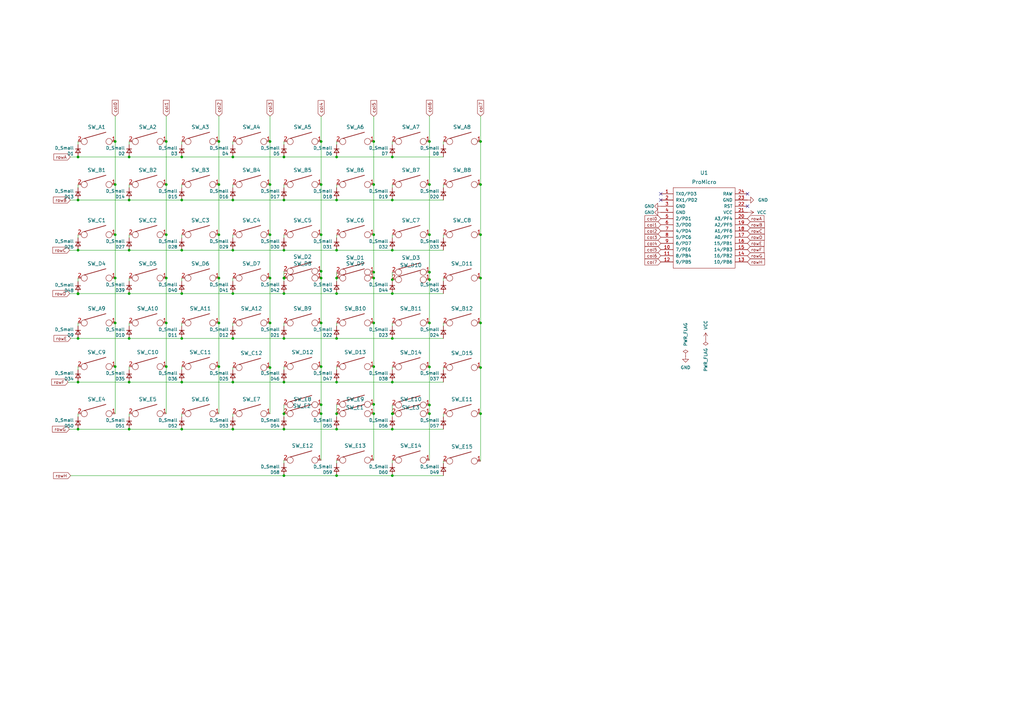
<source format=kicad_sch>
(kicad_sch (version 20211123) (generator eeschema)
  (paper "A3")
  (junction (at 138.049 138.811))
  (junction (at 138.049 195.072))
  (junction (at 138.049 156.718))
  (junction (at 131.699 169.672))
  (junction (at 131.699 58.039))
  (junction (at 52.959 156.718))
  (junction (at 110.744 114.046))
  (junction (at 138.049 64.389))
  (junction (at 68.199 58.039))
  (junction (at 176.149 169.672))
  (junction (at 32.004 156.718))
  (junction (at 153.289 58.039))
  (junction (at 68.199 132.461))
  (junction (at 32.004 82.042))
  (junction (at 68.199 150.368))
  (junction (at 68.199 75.692))
  (junction (at 95.504 156.718))
  (junction (at 176.149 96.266))
  (junction (at 176.149 132.461))
  (junction (at 116.459 114.046))
  (junction (at 160.909 176.022))
  (junction (at 47.244 132.461))
  (junction (at 95.504 64.389))
  (junction (at 116.459 120.396))
  (junction (at 197.104 75.692))
  (junction (at 116.459 102.616))
  (junction (at 47.244 114.046))
  (junction (at 74.549 64.389))
  (junction (at 89.789 132.461))
  (junction (at 52.959 102.616))
  (junction (at 32.004 176.022))
  (junction (at 32.004 102.616))
  (junction (at 32.004 138.811))
  (junction (at 74.549 102.616))
  (junction (at 89.789 96.266))
  (junction (at 138.049 169.672))
  (junction (at 89.789 150.368))
  (junction (at 131.699 165.989))
  (junction (at 89.789 58.039))
  (junction (at 138.049 114.046))
  (junction (at 153.289 111.633))
  (junction (at 160.909 195.072))
  (junction (at 116.459 195.072))
  (junction (at 176.149 75.692))
  (junction (at 176.149 114.681))
  (junction (at 32.004 120.523))
  (junction (at 197.104 114.046))
  (junction (at 197.104 132.461))
  (junction (at 32.004 64.389))
  (junction (at 116.459 156.718))
  (junction (at 116.459 64.389))
  (junction (at 176.149 58.039))
  (junction (at 95.504 102.616))
  (junction (at 138.049 82.042))
  (junction (at 116.459 138.811))
  (junction (at 197.104 169.672))
  (junction (at 160.909 156.718))
  (junction (at 68.199 114.046))
  (junction (at 131.699 132.461))
  (junction (at 161.036 169.672))
  (junction (at 138.049 120.396))
  (junction (at 131.699 114.046))
  (junction (at 153.289 96.266))
  (junction (at 95.504 176.022))
  (junction (at 153.289 114.046))
  (junction (at 74.549 120.396))
  (junction (at 110.744 132.461))
  (junction (at 52.959 82.042))
  (junction (at 74.549 82.042))
  (junction (at 138.049 102.616))
  (junction (at 110.744 75.692))
  (junction (at 131.699 75.692))
  (junction (at 110.744 58.039))
  (junction (at 153.289 165.862))
  (junction (at 176.149 111.633))
  (junction (at 116.586 114.046))
  (junction (at 197.104 150.749))
  (junction (at 160.909 64.389))
  (junction (at 153.289 132.461))
  (junction (at 160.909 169.672))
  (junction (at 131.699 111.252))
  (junction (at 47.244 58.039))
  (junction (at 116.459 82.042))
  (junction (at 131.699 96.266))
  (junction (at 176.149 150.495))
  (junction (at 153.289 75.692))
  (junction (at 74.549 176.022))
  (junction (at 116.459 169.672))
  (junction (at 160.909 120.396))
  (junction (at 47.244 75.692))
  (junction (at 160.909 138.811))
  (junction (at 68.199 96.266))
  (junction (at 74.549 138.811))
  (junction (at 52.959 120.396))
  (junction (at 95.504 82.042))
  (junction (at 153.289 169.672))
  (junction (at 95.504 138.811))
  (junction (at 197.104 96.266))
  (junction (at 110.744 96.266))
  (junction (at 116.459 176.022))
  (junction (at 95.504 120.396))
  (junction (at 153.289 150.368))
  (junction (at 89.789 114.046))
  (junction (at 89.789 75.692))
  (junction (at 32.004 120.396))
  (junction (at 52.959 176.022))
  (junction (at 197.104 58.039))
  (junction (at 47.244 150.368))
  (junction (at 131.699 150.368))
  (junction (at 176.149 166.116))
  (junction (at 160.909 102.616))
  (junction (at 110.744 150.749))
  (junction (at 74.549 156.718))
  (junction (at 138.049 176.022))
  (junction (at 47.244 96.266))
  (junction (at 52.959 64.389))
  (junction (at 160.909 114.681))
  (junction (at 52.959 138.811))
  (junction (at 160.909 82.042))
  (no_connect (at 306.578 79.502))
  (no_connect (at 306.578 84.582))
  (no_connect (at 271.018 79.502))
  (no_connect (at 271.018 82.042))
  (wire (pts (xy 138.049 188.722) (xy 138.049 189.992)))
  (wire (pts (xy 160.909 132.461) (xy 160.909 133.731)))
  (wire (pts (xy 116.459 150.368) (xy 116.459 151.638)))
  (wire (pts (xy 110.744 96.266) (xy 110.744 114.046)))
  (wire (pts (xy 176.149 58.039) (xy 176.149 47.625)))
  (wire (pts (xy 116.459 114.046) (xy 116.586 114.046)))
  (wire (pts (xy 131.699 75.692) (xy 131.699 96.266)))
  (wire (pts (xy 176.149 114.681) (xy 176.149 132.461)))
  (wire (pts (xy 116.459 169.672) (xy 116.459 170.942)))
  (wire (pts (xy 160.909 169.672) (xy 160.909 170.942)))
  (wire (pts (xy 27.94 156.718) (xy 32.004 156.718)))
  (wire (pts (xy 197.104 150.749) (xy 197.104 169.672)))
  (wire (pts (xy 181.864 150.749) (xy 181.864 151.638)))
  (wire (pts (xy 32.004 102.616) (xy 52.959 102.616)))
  (wire (pts (xy 95.504 176.022) (xy 116.459 176.022)))
  (wire (pts (xy 110.744 75.692) (xy 110.744 96.266)))
  (wire (pts (xy 28.575 102.616) (xy 32.004 102.616)))
  (wire (pts (xy 32.004 132.461) (xy 32.004 133.731)))
  (wire (pts (xy 160.909 82.042) (xy 181.864 82.042)))
  (wire (pts (xy 160.909 75.692) (xy 160.909 76.962)))
  (wire (pts (xy 116.459 75.692) (xy 116.459 76.962)))
  (wire (pts (xy 32.004 169.672) (xy 32.004 170.942)))
  (wire (pts (xy 138.049 165.862) (xy 138.049 169.672)))
  (wire (pts (xy 138.049 132.461) (xy 138.049 133.731)))
  (wire (pts (xy 116.459 96.266) (xy 116.459 97.536)))
  (wire (pts (xy 89.789 150.368) (xy 89.789 169.672)))
  (wire (pts (xy 89.789 96.266) (xy 89.789 114.046)))
  (wire (pts (xy 160.909 96.266) (xy 160.909 97.536)))
  (wire (pts (xy 32.004 176.022) (xy 52.959 176.022)))
  (wire (pts (xy 181.864 132.461) (xy 181.864 133.731)))
  (wire (pts (xy 32.004 96.266) (xy 32.004 97.536)))
  (wire (pts (xy 160.909 64.389) (xy 181.864 64.389)))
  (wire (pts (xy 52.959 169.672) (xy 52.959 170.942)))
  (wire (pts (xy 176.149 58.039) (xy 176.149 75.692)))
  (wire (pts (xy 89.789 132.461) (xy 89.789 150.368)))
  (wire (pts (xy 160.909 169.672) (xy 161.036 169.672)))
  (wire (pts (xy 32.004 75.692) (xy 32.004 76.962)))
  (wire (pts (xy 110.744 150.749) (xy 110.744 169.672)))
  (wire (pts (xy 28.829 82.042) (xy 32.004 82.042)))
  (wire (pts (xy 32.004 138.811) (xy 52.959 138.811)))
  (wire (pts (xy 197.104 58.039) (xy 197.104 75.692)))
  (wire (pts (xy 131.699 58.039) (xy 131.699 75.692)))
  (wire (pts (xy 153.289 111.633) (xy 153.289 114.046)))
  (wire (pts (xy 47.244 47.625) (xy 47.244 58.039)))
  (wire (pts (xy 28.575 120.396) (xy 32.004 120.396)))
  (wire (pts (xy 32.004 156.718) (xy 52.959 156.718)))
  (wire (pts (xy 95.504 114.046) (xy 95.504 115.316)))
  (wire (pts (xy 28.956 138.811) (xy 32.004 138.811)))
  (wire (pts (xy 32.004 120.396) (xy 32.004 120.523)))
  (wire (pts (xy 95.504 150.749) (xy 95.504 151.638)))
  (wire (pts (xy 160.909 138.811) (xy 181.864 138.811)))
  (wire (pts (xy 138.049 64.389) (xy 160.909 64.389)))
  (wire (pts (xy 95.504 75.692) (xy 95.504 76.962)))
  (wire (pts (xy 153.289 75.692) (xy 153.289 96.266)))
  (wire (pts (xy 160.909 102.616) (xy 181.864 102.616)))
  (wire (pts (xy 160.909 58.039) (xy 160.909 59.309)))
  (wire (pts (xy 68.199 58.039) (xy 68.199 47.625)))
  (wire (pts (xy 138.049 120.396) (xy 160.909 120.396)))
  (wire (pts (xy 74.549 96.266) (xy 74.549 97.536)))
  (wire (pts (xy 52.959 64.389) (xy 74.549 64.389)))
  (wire (pts (xy 52.959 156.718) (xy 74.549 156.718)))
  (wire (pts (xy 74.549 82.042) (xy 95.504 82.042)))
  (wire (pts (xy 116.459 120.396) (xy 138.049 120.396)))
  (wire (pts (xy 197.104 75.692) (xy 197.104 96.266)))
  (wire (pts (xy 89.789 75.692) (xy 89.789 96.266)))
  (wire (pts (xy 138.049 58.039) (xy 138.049 59.309)))
  (wire (pts (xy 116.459 165.989) (xy 116.459 169.672)))
  (wire (pts (xy 52.959 176.022) (xy 74.549 176.022)))
  (wire (pts (xy 131.699 132.461) (xy 131.699 150.368)))
  (wire (pts (xy 95.504 138.811) (xy 116.459 138.811)))
  (wire (pts (xy 52.959 114.046) (xy 52.959 115.316)))
  (wire (pts (xy 74.549 150.368) (xy 74.549 151.638)))
  (wire (pts (xy 74.549 132.461) (xy 74.549 133.731)))
  (wire (pts (xy 131.699 150.368) (xy 131.699 165.989)))
  (wire (pts (xy 95.504 82.042) (xy 116.459 82.042)))
  (wire (pts (xy 68.199 75.692) (xy 68.199 96.266)))
  (wire (pts (xy 131.699 111.252) (xy 131.699 114.046)))
  (wire (pts (xy 74.549 58.039) (xy 74.549 59.309)))
  (wire (pts (xy 68.199 132.461) (xy 68.199 150.368)))
  (wire (pts (xy 160.909 111.633) (xy 160.909 114.681)))
  (wire (pts (xy 116.459 195.072) (xy 138.049 195.072)))
  (wire (pts (xy 68.199 96.266) (xy 68.199 114.046)))
  (wire (pts (xy 32.004 114.046) (xy 32.004 115.443)))
  (wire (pts (xy 32.004 64.389) (xy 52.959 64.389)))
  (wire (pts (xy 131.699 165.989) (xy 131.699 169.672)))
  (wire (pts (xy 116.459 156.718) (xy 138.049 156.718)))
  (wire (pts (xy 153.289 165.862) (xy 153.289 169.672)))
  (wire (pts (xy 74.549 156.718) (xy 95.504 156.718)))
  (wire (pts (xy 138.049 75.692) (xy 138.049 76.962)))
  (wire (pts (xy 89.789 58.039) (xy 89.789 75.692)))
  (wire (pts (xy 110.744 114.046) (xy 110.744 132.461)))
  (wire (pts (xy 153.289 47.752) (xy 153.289 58.039)))
  (wire (pts (xy 89.789 114.046) (xy 89.789 132.461)))
  (wire (pts (xy 176.149 169.672) (xy 176.149 188.722)))
  (wire (pts (xy 153.289 150.368) (xy 153.289 165.862)))
  (wire (pts (xy 138.049 138.811) (xy 160.909 138.811)))
  (wire (pts (xy 74.549 169.672) (xy 74.549 170.942)))
  (wire (pts (xy 28.956 195.072) (xy 116.459 195.072)))
  (wire (pts (xy 95.504 132.461) (xy 95.504 133.731)))
  (wire (pts (xy 153.289 132.461) (xy 153.289 150.368)))
  (wire (pts (xy 74.549 64.389) (xy 95.504 64.389)))
  (wire (pts (xy 95.504 156.718) (xy 116.459 156.718)))
  (wire (pts (xy 181.864 96.266) (xy 181.864 97.536)))
  (wire (pts (xy 89.789 58.039) (xy 89.789 47.625)))
  (wire (pts (xy 138.049 176.022) (xy 160.909 176.022)))
  (wire (pts (xy 181.864 58.039) (xy 181.864 59.309)))
  (wire (pts (xy 153.289 96.266) (xy 153.289 111.633)))
  (wire (pts (xy 131.699 169.672) (xy 131.699 188.722)))
  (wire (pts (xy 95.504 169.672) (xy 95.504 170.942)))
  (wire (pts (xy 116.459 102.616) (xy 138.049 102.616)))
  (wire (pts (xy 116.459 111.252) (xy 116.459 114.046)))
  (wire (pts (xy 47.244 150.368) (xy 47.244 169.672)))
  (wire (pts (xy 52.959 82.042) (xy 74.549 82.042)))
  (wire (pts (xy 116.459 58.039) (xy 116.459 59.309)))
  (wire (pts (xy 181.864 169.672) (xy 181.864 170.942)))
  (wire (pts (xy 160.909 120.396) (xy 181.864 120.396)))
  (wire (pts (xy 32.004 82.042) (xy 52.959 82.042)))
  (wire (pts (xy 138.049 102.616) (xy 160.909 102.616)))
  (wire (pts (xy 47.244 132.461) (xy 47.244 150.368)))
  (wire (pts (xy 116.459 138.811) (xy 138.049 138.811)))
  (wire (pts (xy 47.244 96.266) (xy 47.244 114.046)))
  (wire (pts (xy 160.909 195.072) (xy 181.864 195.072)))
  (wire (pts (xy 68.199 150.368) (xy 68.199 169.672)))
  (wire (pts (xy 138.049 150.368) (xy 138.049 151.638)))
  (wire (pts (xy 131.699 114.046) (xy 131.699 132.461)))
  (wire (pts (xy 197.104 96.266) (xy 197.104 114.046)))
  (wire (pts (xy 176.149 150.495) (xy 176.149 166.116)))
  (wire (pts (xy 116.459 132.461) (xy 116.459 133.731)))
  (wire (pts (xy 176.149 75.692) (xy 176.149 96.266)))
  (wire (pts (xy 32.004 150.368) (xy 32.004 151.638)))
  (wire (pts (xy 197.104 132.461) (xy 197.104 150.749)))
  (wire (pts (xy 131.699 58.039) (xy 131.699 47.752)))
  (wire (pts (xy 181.864 114.046) (xy 181.864 115.316)))
  (wire (pts (xy 138.049 96.266) (xy 138.049 97.536)))
  (wire (pts (xy 74.549 75.692) (xy 74.549 76.962)))
  (wire (pts (xy 116.459 64.389) (xy 138.049 64.389)))
  (wire (pts (xy 52.959 132.461) (xy 52.959 133.731)))
  (wire (pts (xy 74.549 120.396) (xy 95.504 120.396)))
  (wire (pts (xy 176.149 166.116) (xy 176.149 169.672)))
  (wire (pts (xy 176.149 111.633) (xy 176.149 114.681)))
  (wire (pts (xy 95.504 102.616) (xy 116.459 102.616)))
  (wire (pts (xy 68.199 114.046) (xy 68.199 132.461)))
  (wire (pts (xy 116.459 114.046) (xy 116.459 115.316)))
  (wire (pts (xy 153.289 169.672) (xy 153.289 188.722)))
  (wire (pts (xy 74.549 138.811) (xy 95.504 138.811)))
  (wire (pts (xy 153.289 58.039) (xy 153.289 75.692)))
  (wire (pts (xy 52.959 58.039) (xy 52.959 59.309)))
  (wire (pts (xy 52.959 120.396) (xy 74.549 120.396)))
  (wire (pts (xy 95.504 58.039) (xy 95.504 59.309)))
  (wire (pts (xy 95.504 64.389) (xy 116.459 64.389)))
  (wire (pts (xy 197.104 114.046) (xy 197.104 132.461)))
  (wire (pts (xy 68.199 58.039) (xy 68.199 75.692)))
  (wire (pts (xy 52.959 102.616) (xy 74.549 102.616)))
  (wire (pts (xy 160.909 150.495) (xy 160.909 151.638)))
  (wire (pts (xy 138.049 195.072) (xy 160.909 195.072)))
  (wire (pts (xy 138.049 156.718) (xy 160.909 156.718)))
  (wire (pts (xy 110.744 132.461) (xy 110.744 150.749)))
  (wire (pts (xy 110.744 58.039) (xy 110.744 75.692)))
  (wire (pts (xy 138.049 82.042) (xy 160.909 82.042)))
  (wire (pts (xy 95.504 96.266) (xy 95.504 97.536)))
  (wire (pts (xy 110.744 47.625) (xy 110.744 58.039)))
  (wire (pts (xy 160.909 114.681) (xy 160.909 115.316)))
  (wire (pts (xy 181.864 189.103) (xy 181.864 189.992)))
  (wire (pts (xy 160.909 156.718) (xy 181.864 156.718)))
  (wire (pts (xy 197.104 47.625) (xy 197.104 58.039)))
  (wire (pts (xy 138.049 114.046) (xy 138.049 115.316)))
  (wire (pts (xy 116.459 176.022) (xy 138.049 176.022)))
  (wire (pts (xy 160.909 188.722) (xy 160.909 189.992)))
  (wire (pts (xy 176.149 132.461) (xy 176.149 150.495)))
  (wire (pts (xy 138.049 111.633) (xy 138.049 114.046)))
  (wire (pts (xy 52.959 150.368) (xy 52.959 151.638)))
  (wire (pts (xy 131.699 96.266) (xy 131.699 111.252)))
  (wire (pts (xy 160.909 176.022) (xy 181.864 176.022)))
  (wire (pts (xy 28.448 176.022) (xy 32.004 176.022)))
  (wire (pts (xy 153.289 114.046) (xy 153.289 132.461)))
  (wire (pts (xy 74.549 176.022) (xy 95.504 176.022)))
  (wire (pts (xy 47.244 58.039) (xy 47.244 75.692)))
  (wire (pts (xy 138.049 169.672) (xy 138.049 170.942)))
  (wire (pts (xy 52.959 138.811) (xy 74.549 138.811)))
  (wire (pts (xy 160.909 166.116) (xy 160.909 169.672)))
  (wire (pts (xy 28.829 64.389) (xy 32.004 64.389)))
  (wire (pts (xy 116.459 188.722) (xy 116.459 189.992)))
  (wire (pts (xy 74.549 102.616) (xy 95.504 102.616)))
  (wire (pts (xy 32.004 120.396) (xy 52.959 120.396)))
  (wire (pts (xy 52.959 75.692) (xy 52.959 76.962)))
  (wire (pts (xy 197.104 169.672) (xy 197.104 189.103)))
  (wire (pts (xy 95.504 120.396) (xy 116.459 120.396)))
  (wire (pts (xy 116.459 82.042) (xy 138.049 82.042)))
  (wire (pts (xy 52.959 96.266) (xy 52.959 97.536)))
  (wire (pts (xy 47.244 114.046) (xy 47.244 132.461)))
  (wire (pts (xy 47.244 75.692) (xy 47.244 96.266)))
  (wire (pts (xy 176.149 96.266) (xy 176.149 111.633)))
  (wire (pts (xy 181.864 75.692) (xy 181.864 76.962)))
  (wire (pts (xy 74.549 114.046) (xy 74.549 115.316)))
  (wire (pts (xy 32.004 58.039) (xy 32.004 59.309)))
  (global_label "rowC" (shape input) (at 28.575 102.616 180) (property "Intersheet References" "${INTERSHEET_REFS}" (effects hide)))
  (global_label "col0" (shape input) (at 271.018 89.662 180) (property "Intersheet References" "${INTERSHEET_REFS}" (effects hide)))
  (global_label "rowB" (shape input) (at 306.578 92.202 0) (property "Intersheet References" "${INTERSHEET_REFS}" (effects hide)))
  (global_label "col4" (shape input) (at 271.018 99.822 180) (property "Intersheet References" "${INTERSHEET_REFS}" (effects hide)))
  (global_label "col4" (shape input) (at 131.699 47.752 90) (property "Intersheet References" "${INTERSHEET_REFS}" (effects hide)))
  (global_label "col1" (shape input) (at 271.018 92.202 180) (property "Intersheet References" "${INTERSHEET_REFS}" (effects hide)))
  (global_label "rowG" (shape input) (at 28.448 176.022 180) (property "Intersheet References" "${INTERSHEET_REFS}" (effects hide)))
  (global_label "col5" (shape input) (at 271.018 102.362 180) (property "Intersheet References" "${INTERSHEET_REFS}" (effects hide)))
  (global_label "col2" (shape input) (at 271.018 94.742 180) (property "Intersheet References" "${INTERSHEET_REFS}" (effects hide)))
  (global_label "col7" (shape input) (at 197.104 47.625 90) (property "Intersheet References" "${INTERSHEET_REFS}" (effects hide)))
  (global_label "col3" (shape input) (at 110.744 47.625 90) (property "Intersheet References" "${INTERSHEET_REFS}" (effects hide)))
  (global_label "col5" (shape input) (at 153.289 47.752 90) (property "Intersheet References" "${INTERSHEET_REFS}" (effects hide)))
  (global_label "col1" (shape input) (at 68.199 47.625 90) (property "Intersheet References" "${INTERSHEET_REFS}" (effects hide)))
  (global_label "rowG" (shape input) (at 306.578 104.902 0) (property "Intersheet References" "${INTERSHEET_REFS}" (effects hide)))
  (global_label "col0" (shape input) (at 47.244 47.625 90) (property "Intersheet References" "${INTERSHEET_REFS}" (effects hide)))
  (global_label "rowD" (shape input) (at 28.575 120.396 180) (property "Intersheet References" "${INTERSHEET_REFS}" (effects hide)))
  (global_label "col6" (shape input) (at 176.149 47.625 90) (property "Intersheet References" "${INTERSHEET_REFS}" (effects hide)))
  (global_label "rowB" (shape input) (at 28.829 82.042 180) (property "Intersheet References" "${INTERSHEET_REFS}" (effects hide)))
  (global_label "rowE" (shape input) (at 306.578 99.822 0) (property "Intersheet References" "${INTERSHEET_REFS}" (effects hide)))
  (global_label "col3" (shape input) (at 271.018 97.282 180) (property "Intersheet References" "${INTERSHEET_REFS}" (effects hide)))
  (global_label "rowF" (shape input) (at 27.94 156.718 180) (property "Intersheet References" "${INTERSHEET_REFS}" (effects hide)))
  (global_label "rowF" (shape input) (at 306.578 102.362 0) (property "Intersheet References" "${INTERSHEET_REFS}" (effects hide)))
  (global_label "rowH" (shape input) (at 28.956 195.072 180) (property "Intersheet References" "${INTERSHEET_REFS}" (effects hide)))
  (global_label "rowE" (shape input) (at 28.956 138.811 180) (property "Intersheet References" "${INTERSHEET_REFS}" (effects hide)))
  (global_label "col2" (shape input) (at 89.789 47.625 90) (property "Intersheet References" "${INTERSHEET_REFS}" (effects hide)))
  (global_label "col6" (shape input) (at 271.018 104.902 180) (property "Intersheet References" "${INTERSHEET_REFS}" (effects hide)))
  (global_label "rowH" (shape input) (at 306.578 107.442 0) (property "Intersheet References" "${INTERSHEET_REFS}" (effects hide)))
  (global_label "rowD" (shape input) (at 306.578 97.282 0) (property "Intersheet References" "${INTERSHEET_REFS}" (effects hide)))
  (global_label "rowA" (shape input) (at 28.829 64.389 180) (property "Intersheet References" "${INTERSHEET_REFS}" (effects hide)))
  (global_label "rowA" (shape input) (at 306.578 89.662 0) (property "Intersheet References" "${INTERSHEET_REFS}" (effects hide)))
  (global_label "col7" (shape input) (at 271.018 107.442 180) (property "Intersheet References" "${INTERSHEET_REFS}" (effects hide)))
  (global_label "rowC" (shape input) (at 306.578 94.742 0) (property "Intersheet References" "${INTERSHEET_REFS}" (effects hide)))
  (symbol (lib_id "keyboard_parts:KEYSW") (at 189.484 150.749 0) (unit 1)
    (property "Reference" "SW_D15" (at 189.484 144.8308 0) (effects (font (size 1.524 1.524))))
    (property "Value" "KEYSW" (effects hide))
    (property "Footprint" "Keebio-Parts:MX-Alps-Choc-1U-NoLED" (effects hide))
  )
  (symbol (lib_id "Device:D_Small") (at 32.004 117.983 270) (unit 1)
    (property "Reference" "D48" (at 30.2768 119.1514 90) (effects (justify right)))
    (property "Value" "D_Small" (at 30.2768 116.84 90) (effects (justify right)))
    (property "Footprint" "Keebio-Parts:Diode-Hybrid-Back" (effects hide))
  )
  (symbol (lib_id "keyboard_parts:KEYSW") (at 168.529 58.039 0) (unit 1)
    (property "Reference" "SW_A7" (at 168.529 52.1208 0) (effects (font (size 1.524 1.524))))
    (property "Value" "KEYSW" (effects hide))
    (property "Footprint" "Keebio-Parts:MX-Alps-Choc-1U-NoLED" (effects hide))
  )
  (symbol (lib_id "power:GND") (at 281.178 146.05 0) (unit 1)
    (property "Reference" "#PWR0104" (effects hide))
    (property "Value" "GND" (at 281.178 150.749 0))
  )
  (symbol (lib_id "Device:D_Small") (at 138.049 192.532 270) (unit 1)
    (property "Reference" "D59" (at 136.3218 193.7004 90) (effects (justify right)))
    (property "Value" "D_Small" (at 136.3218 191.389 90) (effects (justify right)))
    (property "Footprint" "Keebio-Parts:Diode-Hybrid-Back" (effects hide))
  )
  (symbol (lib_id "keyboard_parts:KEYSW") (at 145.669 150.368 0) (unit 1)
    (property "Reference" "SW_D13" (at 145.669 144.4498 0) (effects (font (size 1.524 1.524))))
    (property "Value" "KEYSW" (effects hide))
    (property "Footprint" "Keebio-Parts:MX-Alps-Choc-1U-NoLED" (effects hide))
  )
  (symbol (lib_id "Device:D_Small") (at 74.549 173.482 270) (unit 1)
    (property "Reference" "D52" (at 72.8218 174.6504 90) (effects (justify right)))
    (property "Value" "D_Small" (at 72.8218 172.339 90) (effects (justify right)))
    (property "Footprint" "Keebio-Parts:Diode-Hybrid-Back" (effects hide))
  )
  (symbol (lib_id "Device:D_Small") (at 181.864 61.849 270) (unit 1)
    (property "Reference" "D8" (at 180.1368 63.0174 90) (effects (justify right)))
    (property "Value" "D_Small" (at 180.1368 60.706 90) (effects (justify right)))
    (property "Footprint" "Keebio-Parts:Diode-Hybrid-Back" (effects hide))
  )
  (symbol (lib_id "keyboard_parts:KEYSW") (at 168.529 166.116 0) (unit 1)
    (property "Reference" "SW_E3" (at 168.402 167.132 0) (effects (font (size 1.524 1.524))))
    (property "Value" "KEYSW" (effects hide))
    (property "Footprint" "Keebio-Parts:MX-Alps-Choc-2U-StabFlip" (effects hide))
  )
  (symbol (lib_id "Device:D_Small") (at 32.004 100.076 270) (unit 1)
    (property "Reference" "D26" (at 30.2768 101.2444 90) (effects (justify right)))
    (property "Value" "D_Small" (at 30.2768 98.933 90) (effects (justify right)))
    (property "Footprint" "Keebio-Parts:Diode-Hybrid-Back" (effects hide))
  )
  (symbol (lib_id "Device:D_Small") (at 52.959 173.482 270) (unit 1)
    (property "Reference" "D51" (at 51.2318 174.6504 90) (effects (justify right)))
    (property "Value" "D_Small" (at 51.2318 172.339 90) (effects (justify right)))
    (property "Footprint" "Keebio-Parts:Diode-Hybrid-Back" (effects hide))
  )
  (symbol (lib_id "keyboard_parts:KEYSW") (at 168.529 169.672 0) (unit 1)
    (property "Reference" "SW_E10" (at 168.529 163.7538 0) (effects (font (size 1.524 1.524))))
    (property "Value" "KEYSW" (effects hide))
    (property "Footprint" "Keebio-Parts:MX-Alps-Choc-1U-NoLED" (effects hide))
  )
  (symbol (lib_id "keyboard_parts:KEYSW") (at 82.169 96.266 0) (unit 1)
    (property "Reference" "SW_C3" (at 82.169 90.3478 0) (effects (font (size 1.524 1.524))))
    (property "Value" "KEYSW" (effects hide))
    (property "Footprint" "Keebio-Parts:MX-Alps-Choc-1U-NoLED" (effects hide))
  )
  (symbol (lib_id "keyboard_parts:KEYSW") (at 124.079 188.722 0) (unit 1)
    (property "Reference" "SW_E12" (at 124.079 182.8038 0) (effects (font (size 1.524 1.524))))
    (property "Value" "KEYSW" (effects hide))
    (property "Footprint" "Keebio-Parts:MX-Alps-Choc-1U-NoLED" (effects hide))
  )
  (symbol (lib_id "Device:D_Small") (at 74.549 61.849 270) (unit 1)
    (property "Reference" "D3" (at 72.8218 63.0174 90) (effects (justify right)))
    (property "Value" "D_Small" (at 72.8218 60.706 90) (effects (justify right)))
    (property "Footprint" "Keebio-Parts:Diode-Hybrid-Back" (effects hide))
  )
  (symbol (lib_id "Device:D_Small") (at 181.864 100.076 270) (unit 1)
    (property "Reference" "D33" (at 180.1368 101.2444 90) (effects (justify right)))
    (property "Value" "D_Small" (at 180.1368 98.933 90) (effects (justify right)))
    (property "Footprint" "Keebio-Parts:Diode-Hybrid-Back" (effects hide))
  )
  (symbol (lib_id "keyboard_parts:KEYSW") (at 39.624 75.692 0) (unit 1)
    (property "Reference" "SW_B1" (at 39.624 69.7738 0) (effects (font (size 1.524 1.524))))
    (property "Value" "KEYSW" (effects hide))
    (property "Footprint" "Keebio-Parts:MX-Alps-Choc-1U-NoLED" (effects hide))
  )
  (symbol (lib_id "Device:D_Small") (at 138.049 154.178 270) (unit 1)
    (property "Reference" "D47" (at 136.3218 155.3464 90) (effects (justify right)))
    (property "Value" "D_Small" (at 136.3218 153.035 90) (effects (justify right)))
    (property "Footprint" "Keebio-Parts:Diode-Hybrid-Back" (effects hide))
  )
  (symbol (lib_id "Device:D_Small") (at 74.549 100.076 270) (unit 1)
    (property "Reference" "D28" (at 72.8218 101.2444 90) (effects (justify right)))
    (property "Value" "D_Small" (at 72.8218 98.933 90) (effects (justify right)))
    (property "Footprint" "Keebio-Parts:Diode-Hybrid-Back" (effects hide))
  )
  (symbol (lib_id "keyboard_parts:KEYSW") (at 145.669 96.266 0) (unit 1)
    (property "Reference" "SW_C6" (at 145.669 90.3478 0) (effects (font (size 1.524 1.524))))
    (property "Value" "KEYSW" (effects hide))
    (property "Footprint" "Keebio-Parts:MX-Alps-Choc-1U-NoLED" (effects hide))
  )
  (symbol (lib_id "keyboard_parts:KEYSW") (at 60.579 132.461 0) (unit 1)
    (property "Reference" "SW_A10" (at 60.579 126.5428 0) (effects (font (size 1.524 1.524))))
    (property "Value" "KEYSW" (effects hide))
    (property "Footprint" "Keebio-Parts:MX-Alps-Choc-1U-NoLED" (effects hide))
  )
  (symbol (lib_id "Device:D_Small") (at 181.864 117.856 270) (unit 1)
    (property "Reference" "D45" (at 180.1368 119.0244 90) (effects (justify right)))
    (property "Value" "D_Small" (at 180.1368 116.713 90) (effects (justify right)))
    (property "Footprint" "Keebio-Parts:Diode-Hybrid-Back" (effects hide))
  )
  (symbol (lib_id "keyboard_parts:KEYSW") (at 124.079 96.266 0) (unit 1)
    (property "Reference" "SW_C5" (at 124.079 90.3478 0) (effects (font (size 1.524 1.524))))
    (property "Value" "KEYSW" (effects hide))
    (property "Footprint" "Keebio-Parts:MX-Alps-Choc-1U-NoLED" (effects hide))
  )
  (symbol (lib_id "power:PWR_FLAG") (at 289.433 139.065 180) (unit 1)
    (property "Reference" "#FLG0101" (effects hide))
    (property "Value" "PWR_FLAG" (at 289.4329 142.748 90) (effects (justify left)))
  )
  (symbol (lib_id "Device:D_Small") (at 52.959 154.178 270) (unit 1)
    (property "Reference" "D35" (at 51.2318 155.3464 90) (effects (justify right)))
    (property "Value" "D_Small" (at 51.2318 153.035 90) (effects (justify right)))
    (property "Footprint" "Keebio-Parts:Diode-Hybrid-Back" (effects hide))
  )
  (symbol (lib_id "keyboard_parts:KEYSW") (at 124.079 150.368 0) (unit 1)
    (property "Reference" "SW_D12" (at 124.079 144.4498 0) (effects (font (size 1.524 1.524))))
    (property "Value" "KEYSW" (effects hide))
    (property "Footprint" "Keebio-Parts:MX-Alps-Choc-1U-NoLED" (effects hide))
  )
  (symbol (lib_id "keyboard_parts:KEYSW") (at 103.124 150.749 0) (unit 1)
    (property "Reference" "SW_C12" (at 103.124 144.8308 0) (effects (font (size 1.524 1.524))))
    (property "Value" "KEYSW" (effects hide))
    (property "Footprint" "Keebio-Parts:MX-Alps-Choc-1U-NoLED" (effects hide))
  )
  (symbol (lib_id "keyboard_parts:KEYSW") (at 60.579 114.046 0) (unit 1)
    (property "Reference" "SW_D5" (at 60.579 108.1278 0) (effects (font (size 1.524 1.524))))
    (property "Value" "KEYSW" (effects hide))
    (property "Footprint" "Keebio-Parts:MX-Alps-Choc-1U-NoLED" (effects hide))
  )
  (symbol (lib_id "keyboard_parts:KEYSW") (at 189.484 75.692 0) (unit 1)
    (property "Reference" "SW_B8" (at 189.484 69.7738 0) (effects (font (size 1.524 1.524))))
    (property "Value" "KEYSW" (effects hide))
    (property "Footprint" "Keebio-Parts:MX-Alps-Choc-1U-NoLED" (effects hide))
  )
  (symbol (lib_id "Device:D_Small") (at 116.459 61.849 270) (unit 1)
    (property "Reference" "D5" (at 114.7318 63.0174 90) (effects (justify right)))
    (property "Value" "D_Small" (at 114.7318 60.706 90) (effects (justify right)))
    (property "Footprint" "Keebio-Parts:Diode-Hybrid-Back" (effects hide))
  )
  (symbol (lib_id "keyboard_parts:KEYSW") (at 145.669 75.692 0) (unit 1)
    (property "Reference" "SW_B6" (at 145.669 69.7738 0) (effects (font (size 1.524 1.524))))
    (property "Value" "KEYSW" (effects hide))
    (property "Footprint" "Keebio-Parts:MX-Alps-Choc-1U-NoLED" (effects hide))
  )
  (symbol (lib_id "Device:D_Small") (at 95.504 173.482 270) (unit 1)
    (property "Reference" "D53" (at 93.7768 174.6504 90) (effects (justify right)))
    (property "Value" "D_Small" (at 93.7768 172.339 90) (effects (justify right)))
    (property "Footprint" "Keebio-Parts:Diode-Hybrid-Back" (effects hide))
  )
  (symbol (lib_id "keyboard_parts:KEYSW") (at 60.579 75.692 0) (unit 1)
    (property "Reference" "SW_B2" (at 60.579 69.7738 0) (effects (font (size 1.524 1.524))))
    (property "Value" "KEYSW" (effects hide))
    (property "Footprint" "Keebio-Parts:MX-Alps-Choc-1U-NoLED" (effects hide))
  )
  (symbol (lib_id "Device:D_Small") (at 95.504 154.178 270) (unit 1)
    (property "Reference" "D25" (at 93.7768 155.3464 90) (effects (justify right)))
    (property "Value" "D_Small" (at 93.7768 153.035 90) (effects (justify right)))
    (property "Footprint" "Keebio-Parts:Diode-Hybrid-Back" (effects hide))
  )
  (symbol (lib_id "keyboard_parts:KEYSW") (at 145.669 114.046 0) (unit 1)
    (property "Reference" "SW_D9" (at 145.669 108.1278 0) (effects (font (size 1.524 1.524))))
    (property "Value" "KEYSW" (effects hide))
    (property "Footprint" "Keebio-Parts:MX-Alps-Choc-1U-NoLED" (effects hide))
  )
  (symbol (lib_id "Device:D_Small") (at 95.504 61.849 270) (unit 1)
    (property "Reference" "D4" (at 93.7768 63.0174 90) (effects (justify right)))
    (property "Value" "D_Small" (at 93.7768 60.706 90) (effects (justify right)))
    (property "Footprint" "Keebio-Parts:Diode-Hybrid-Back" (effects hide))
  )
  (symbol (lib_id "keyboard_parts:KEYSW") (at 124.079 75.692 0) (unit 1)
    (property "Reference" "SW_B5" (at 124.079 69.7738 0) (effects (font (size 1.524 1.524))))
    (property "Value" "KEYSW" (effects hide))
    (property "Footprint" "Keebio-Parts:MX-Alps-Choc-1U-NoLED" (effects hide))
  )
  (symbol (lib_id "power:VCC") (at 289.433 139.065 0) (unit 1)
    (property "Reference" "#PWR0103" (effects hide))
    (property "Value" "VCC" (at 289.4329 135.255 90) (effects (justify left)))
  )
  (symbol (lib_id "keyboard_parts:KEYSW") (at 82.169 169.672 0) (unit 1)
    (property "Reference" "SW_E6" (at 82.169 163.7538 0) (effects (font (size 1.524 1.524))))
    (property "Value" "KEYSW" (effects hide))
    (property "Footprint" "Keebio-Parts:MX-Alps-Choc-1U-NoLED" (effects hide))
  )
  (symbol (lib_id "Device:D_Small") (at 32.004 154.178 270) (unit 1)
    (property "Reference" "D34" (at 30.2768 155.3464 90) (effects (justify right)))
    (property "Value" "D_Small" (at 30.2768 153.035 90) (effects (justify right)))
    (property "Footprint" "Keebio-Parts:Diode-Hybrid-Back" (effects hide))
  )
  (symbol (lib_id "keyboard_parts:KEYSW") (at 82.169 75.692 0) (unit 1)
    (property "Reference" "SW_B3" (at 82.169 69.7738 0) (effects (font (size 1.524 1.524))))
    (property "Value" "KEYSW" (effects hide))
    (property "Footprint" "Keebio-Parts:MX-Alps-Choc-1U-NoLED" (effects hide))
  )
  (symbol (lib_id "power:VCC") (at 306.578 87.122 270) (unit 1)
    (property "Reference" "#PWR0102" (effects hide))
    (property "Value" "VCC" (at 310.515 87.1219 90) (effects (justify left)))
  )
  (symbol (lib_id "keyboard_parts:KEYSW") (at 145.669 188.722 0) (unit 1)
    (property "Reference" "SW_E13" (at 145.669 182.8038 0) (effects (font (size 1.524 1.524))))
    (property "Value" "KEYSW" (effects hide))
    (property "Footprint" "Keebio-Parts:MX-Alps-Choc-1U-NoLED" (effects hide))
  )
  (symbol (lib_id "Device:D_Small") (at 32.004 136.271 270) (unit 1)
    (property "Reference" "D9" (at 30.2768 137.4394 90) (effects (justify right)))
    (property "Value" "D_Small" (at 30.2768 135.128 90) (effects (justify right)))
    (property "Footprint" "Keebio-Parts:Diode-Hybrid-Back" (effects hide))
  )
  (symbol (lib_id "Device:D_Small") (at 138.049 100.076 270) (unit 1)
    (property "Reference" "D31" (at 136.3218 101.2444 90) (effects (justify right)))
    (property "Value" "D_Small" (at 136.3218 98.933 90) (effects (justify right)))
    (property "Footprint" "Keebio-Parts:Diode-Hybrid-Back" (effects hide))
  )
  (symbol (lib_id "keyboard_parts:KEYSW") (at 189.484 96.266 0) (unit 1)
    (property "Reference" "SW_C8" (at 189.484 90.3478 0) (effects (font (size 1.524 1.524))))
    (property "Value" "KEYSW" (effects hide))
    (property "Footprint" "Keebio-Parts:MX-Alps-Choc-1U-NoLED" (effects hide))
  )
  (symbol (lib_id "keyboard_parts:KEYSW") (at 39.624 132.461 0) (unit 1)
    (property "Reference" "SW_A9" (at 39.624 126.5428 0) (effects (font (size 1.524 1.524))))
    (property "Value" "KEYSW" (effects hide))
    (property "Footprint" "Keebio-Parts:MX-Alps-Choc-1U-NoLED" (effects hide))
  )
  (symbol (lib_id "Device:D_Small") (at 181.864 136.271 270) (unit 1)
    (property "Reference" "D24" (at 180.1368 137.4394 90) (effects (justify right)))
    (property "Value" "D_Small" (at 180.1368 135.128 90) (effects (justify right)))
    (property "Footprint" "Keebio-Parts:Diode-Hybrid-Back" (effects hide))
  )
  (symbol (lib_id "keyboard_parts:KEYSW") (at 103.124 75.692 0) (unit 1)
    (property "Reference" "SW_B4" (at 103.124 69.7738 0) (effects (font (size 1.524 1.524))))
    (property "Value" "KEYSW" (effects hide))
    (property "Footprint" "Keebio-Parts:MX-Alps-Choc-1U-NoLED" (effects hide))
  )
  (symbol (lib_id "keyboard_parts:KEYSW") (at 103.124 132.461 0) (unit 1)
    (property "Reference" "SW_A12" (at 103.124 126.5428 0) (effects (font (size 1.524 1.524))))
    (property "Value" "KEYSW" (effects hide))
    (property "Footprint" "Keebio-Parts:MX-Alps-Choc-1U-NoLED" (effects hide))
  )
  (symbol (lib_id "Device:D_Small") (at 52.959 136.271 270) (unit 1)
    (property "Reference" "D10" (at 51.2318 137.4394 90) (effects (justify right)))
    (property "Value" "D_Small" (at 51.2318 135.128 90) (effects (justify right)))
    (property "Footprint" "Keebio-Parts:Diode-Hybrid-Back" (effects hide))
  )
  (symbol (lib_id "Device:D_Small") (at 160.909 136.271 270) (unit 1)
    (property "Reference" "D23" (at 159.1818 137.4394 90) (effects (justify right)))
    (property "Value" "D_Small" (at 159.1818 135.128 90) (effects (justify right)))
    (property "Footprint" "Keebio-Parts:Diode-Hybrid-Back" (effects hide))
  )
  (symbol (lib_id "Device:D_Small") (at 74.549 154.178 270) (unit 1)
    (property "Reference" "D36" (at 72.8218 155.3464 90) (effects (justify right)))
    (property "Value" "D_Small" (at 72.8218 153.035 90) (effects (justify right)))
    (property "Footprint" "Keebio-Parts:Diode-Hybrid-Back" (effects hide))
  )
  (symbol (lib_id "power:GND") (at 271.018 87.122 270) (unit 1)
    (property "Reference" "#PWR0105" (effects hide))
    (property "Value" "GND" (at 264.287 87.122 90) (effects (justify left)))
  )
  (symbol (lib_id "keyboard_parts:KEYSW") (at 124.079 111.252 0) (unit 1)
    (property "Reference" "SW_D2" (at 124.079 105.3338 0) (effects (font (size 1.524 1.524))))
    (property "Value" "KEYSW" (effects hide))
    (property "Footprint" "Keebio-Parts:MX-Alps-Choc-2U-StabFlip" (effects hide))
  )
  (symbol (lib_id "Device:D_Small") (at 181.864 154.178 270) (unit 1)
    (property "Reference" "D37" (at 180.1368 155.3464 90) (effects (justify right)))
    (property "Value" "D_Small" (at 180.1368 153.035 90) (effects (justify right)))
    (property "Footprint" "Keebio-Parts:Diode-Hybrid-Back" (effects hide))
  )
  (symbol (lib_id "keyboard_parts:KEYSW") (at 82.169 150.368 0) (unit 1)
    (property "Reference" "SW_C11" (at 82.169 144.4498 0) (effects (font (size 1.524 1.524))))
    (property "Value" "KEYSW" (effects hide))
    (property "Footprint" "Keebio-Parts:MX-Alps-Choc-1U-NoLED" (effects hide))
  )
  (symbol (lib_id "keebio:ProMicro") (at 288.798 93.472 0) (unit 1)
    (property "Reference" "U1" (at 288.798 70.866 0) (effects (font (size 1.524 1.524))))
    (property "Value" "ProMicro" (at 288.798 74.676 0) (effects (font (size 1.524 1.524))))
    (property "Footprint" "Keebio Parts:ArduinoProMicro-Mini-USB" (effects hide))
  )
  (symbol (lib_id "keyboard_parts:KEYSW") (at 168.529 96.266 0) (unit 1)
    (property "Reference" "SW_C7" (at 168.529 90.3478 0) (effects (font (size 1.524 1.524))))
    (property "Value" "KEYSW" (effects hide))
    (property "Footprint" "Keebio-Parts:MX-Alps-Choc-1U-NoLED" (effects hide))
  )
  (symbol (lib_id "keyboard_parts:KEYSW") (at 60.579 150.368 0) (unit 1)
    (property "Reference" "SW_C10" (at 60.579 144.4498 0) (effects (font (size 1.524 1.524))))
    (property "Value" "KEYSW" (effects hide))
    (property "Footprint" "Keebio-Parts:MX-Alps-Choc-1U-NoLED" (effects hide))
  )
  (symbol (lib_id "Device:D_Small") (at 181.864 173.482 270) (unit 1)
    (property "Reference" "D57" (at 180.1368 174.6504 90) (effects (justify right)))
    (property "Value" "D_Small" (at 180.1368 172.339 90) (effects (justify right)))
    (property "Footprint" "Keebio-Parts:Diode-Hybrid-Back" (effects hide))
  )
  (symbol (lib_id "Device:D_Small") (at 160.909 154.178 270) (unit 1)
    (property "Reference" "D38" (at 159.1818 155.3464 90) (effects (justify right)))
    (property "Value" "D_Small" (at 159.1818 153.035 90) (effects (justify right)))
    (property "Footprint" "Keebio-Parts:Diode-Hybrid-Back" (effects hide))
  )
  (symbol (lib_id "Device:D_Small") (at 160.909 100.076 270) (unit 1)
    (property "Reference" "D32" (at 159.1818 101.2444 90) (effects (justify right)))
    (property "Value" "D_Small" (at 159.1818 98.933 90) (effects (justify right)))
    (property "Footprint" "Keebio-Parts:Diode-Hybrid-Back" (effects hide))
  )
  (symbol (lib_id "keyboard_parts:KEYSW") (at 168.529 150.495 0) (unit 1)
    (property "Reference" "SW_D14" (at 168.529 144.5768 0) (effects (font (size 1.524 1.524))))
    (property "Value" "KEYSW" (effects hide))
    (property "Footprint" "Keebio-Parts:MX-Alps-Choc-1U-NoLED" (effects hide))
  )
  (symbol (lib_id "keyboard_parts:KEYSW") (at 39.624 96.266 0) (unit 1)
    (property "Reference" "SW_C1" (at 39.624 90.3478 0) (effects (font (size 1.524 1.524))))
    (property "Value" "KEYSW" (effects hide))
    (property "Footprint" "Keebio-Parts:MX-Alps-Choc-1U-NoLED" (effects hide))
  )
  (symbol (lib_id "Device:D_Small") (at 160.909 79.502 270) (unit 1)
    (property "Reference" "D19" (at 159.1818 80.6704 90) (effects (justify right)))
    (property "Value" "D_Small" (at 159.1818 78.359 90) (effects (justify right)))
    (property "Footprint" "Keebio-Parts:Diode-Hybrid-Back" (effects hide))
  )
  (symbol (lib_id "keyboard_parts:KEYSW") (at 145.669 169.672 0) (unit 1)
    (property "Reference" "SW_E9" (at 145.669 163.7538 0) (effects (font (size 1.524 1.524))))
    (property "Value" "KEYSW" (effects hide))
    (property "Footprint" "Keebio-Parts:MX-Alps-Choc-1U-NoLED" (effects hide))
  )
  (symbol (lib_id "Device:D_Small") (at 52.959 61.849 270) (unit 1)
    (property "Reference" "D2" (at 51.2318 63.0174 90) (effects (justify right)))
    (property "Value" "D_Small" (at 51.2318 60.706 90) (effects (justify right)))
    (property "Footprint" "Keebio-Parts:Diode-Hybrid-Back" (effects hide))
  )
  (symbol (lib_id "keyboard_parts:KEYSW") (at 39.624 58.039 0) (unit 1)
    (property "Reference" "SW_A1" (at 39.624 52.1208 0) (effects (font (size 1.524 1.524))))
    (property "Value" "KEYSW" (effects hide))
    (property "Footprint" "Keebio-Parts:MX-Alps-Choc-1U-NoLED" (effects hide))
  )
  (symbol (lib_id "keyboard_parts:KEYSW") (at 168.529 111.633 0) (unit 1)
    (property "Reference" "SW_D3" (at 168.529 105.7148 0) (effects (font (size 1.524 1.524))))
    (property "Value" "KEYSW" (effects hide))
    (property "Footprint" "Keebio-Parts:MX-Alps-Choc-2U-StabFlip" (effects hide))
  )
  (symbol (lib_id "Device:D_Small") (at 32.004 61.849 270) (unit 1)
    (property "Reference" "D1" (at 30.2768 63.0174 90) (effects (justify right)))
    (property "Value" "D_Small" (at 30.2768 60.706 90) (effects (justify right)))
    (property "Footprint" "Keebio-Parts:Diode-Hybrid-Back" (effects hide))
  )
  (symbol (lib_id "keyboard_parts:KEYSW") (at 103.124 114.046 0) (unit 1)
    (property "Reference" "SW_D7" (at 103.124 108.1278 0) (effects (font (size 1.524 1.524))))
    (property "Value" "KEYSW" (effects hide))
    (property "Footprint" "Keebio-Parts:MX-Alps-Choc-1U-NoLED" (effects hide))
  )
  (symbol (lib_id "power:PWR_FLAG") (at 281.178 146.05 0) (unit 1)
    (property "Reference" "#FLG0102" (effects hide))
    (property "Value" "PWR_FLAG" (at 281.1781 141.986 90) (effects (justify left)))
  )
  (symbol (lib_id "keyboard_parts:KEYSW") (at 168.529 132.461 0) (unit 1)
    (property "Reference" "SW_B11" (at 168.529 126.5428 0) (effects (font (size 1.524 1.524))))
    (property "Value" "KEYSW" (effects hide))
    (property "Footprint" "Keebio-Parts:MX-Alps-Choc-1U-NoLED" (effects hide))
  )
  (symbol (lib_id "Device:D_Small") (at 32.004 79.502 270) (unit 1)
    (property "Reference" "D13" (at 30.2768 80.6704 90) (effects (justify right)))
    (property "Value" "D_Small" (at 30.2768 78.359 90) (effects (justify right)))
    (property "Footprint" "Keebio-Parts:Diode-Hybrid-Back" (effects hide))
  )
  (symbol (lib_id "keyboard_parts:KEYSW") (at 145.669 165.862 0) (unit 1)
    (property "Reference" "SW_E1" (at 145.542 167.132 0) (effects (font (size 1.524 1.524))))
    (property "Value" "KEYSW" (effects hide))
    (property "Footprint" "Keebio-Parts:MX-Alps-Choc-2U-StabFlip" (effects hide))
  )
  (symbol (lib_id "keyboard_parts:KEYSW") (at 189.484 189.103 0) (unit 1)
    (property "Reference" "SW_E15" (at 189.484 183.1848 0) (effects (font (size 1.524 1.524))))
    (property "Value" "KEYSW" (effects hide))
    (property "Footprint" "Keebio-Parts:MX-Alps-Choc-1U-NoLED" (effects hide))
  )
  (symbol (lib_id "Device:D_Small") (at 95.504 79.502 270) (unit 1)
    (property "Reference" "D16" (at 93.7768 80.6704 90) (effects (justify right)))
    (property "Value" "D_Small" (at 93.7768 78.359 90) (effects (justify right)))
    (property "Footprint" "Keebio-Parts:Diode-Hybrid-Back" (effects hide))
  )
  (symbol (lib_id "keyboard_parts:KEYSW") (at 145.669 58.039 0) (unit 1)
    (property "Reference" "SW_A6" (at 145.669 52.1208 0) (effects (font (size 1.524 1.524))))
    (property "Value" "KEYSW" (effects hide))
    (property "Footprint" "Keebio-Parts:MX-Alps-Choc-1U-NoLED" (effects hide))
  )
  (symbol (lib_id "Device:D_Small") (at 52.959 79.502 270) (unit 1)
    (property "Reference" "D14" (at 51.2318 80.6704 90) (effects (justify right)))
    (property "Value" "D_Small" (at 51.2318 78.359 90) (effects (justify right)))
    (property "Footprint" "Keebio-Parts:Diode-Hybrid-Back" (effects hide))
  )
  (symbol (lib_id "keyboard_parts:KEYSW") (at 60.579 58.039 0) (unit 1)
    (property "Reference" "SW_A2" (at 60.579 52.1208 0) (effects (font (size 1.524 1.524))))
    (property "Value" "KEYSW" (effects hide))
    (property "Footprint" "Keebio-Parts:MX-Alps-Choc-1U-NoLED" (effects hide))
  )
  (symbol (lib_id "keyboard_parts:KEYSW") (at 168.529 114.681 0) (unit 1)
    (property "Reference" "SW_D10" (at 168.529 108.7628 0) (effects (font (size 1.524 1.524))))
    (property "Value" "KEYSW" (effects hide))
    (property "Footprint" "Keebio-Parts:MX-Alps-Choc-1U-NoLED" (effects hide))
  )
  (symbol (lib_id "Device:D_Small") (at 116.459 79.502 270) (unit 1)
    (property "Reference" "D17" (at 114.7318 80.6704 90) (effects (justify right)))
    (property "Value" "D_Small" (at 114.7318 78.359 90) (effects (justify right)))
    (property "Footprint" "Keebio-Parts:Diode-Hybrid-Back" (effects hide))
  )
  (symbol (lib_id "Device:D_Small") (at 116.459 192.532 270) (unit 1)
    (property "Reference" "D58" (at 114.7318 193.7004 90) (effects (justify right)))
    (property "Value" "D_Small" (at 114.7318 191.389 90) (effects (justify right)))
    (property "Footprint" "Keebio-Parts:Diode-Hybrid-Back" (effects hide))
  )
  (symbol (lib_id "keyboard_parts:KEYSW") (at 124.079 169.672 0) (unit 1)
    (property "Reference" "SW_E8" (at 124.079 163.7538 0) (effects (font (size 1.524 1.524))))
    (property "Value" "KEYSW" (effects hide))
    (property "Footprint" "Keebio-Parts:MX-Alps-Choc-1U-NoLED" (effects hide))
  )
  (symbol (lib_id "Device:D_Small") (at 95.504 100.076 270) (unit 1)
    (property "Reference" "D29" (at 93.7768 101.2444 90) (effects (justify right)))
    (property "Value" "D_Small" (at 93.7768 98.933 90) (effects (justify right)))
    (property "Footprint" "Keebio-Parts:Diode-Hybrid-Back" (effects hide))
  )
  (symbol (lib_id "power:GND") (at 271.018 84.582 270) (unit 1)
    (property "Reference" "#PWR0106" (effects hide))
    (property "Value" "GND" (at 264.287 84.582 90) (effects (justify left)))
  )
  (symbol (lib_id "keyboard_parts:KEYSW") (at 103.124 169.672 0) (unit 1)
    (property "Reference" "SW_E7" (at 103.124 163.7538 0) (effects (font (size 1.524 1.524))))
    (property "Value" "KEYSW" (effects hide))
    (property "Footprint" "Keebio-Parts:MX-Alps-Choc-1U-NoLED" (effects hide))
  )
  (symbol (lib_id "Device:D_Small") (at 116.459 154.178 270) (unit 1)
    (property "Reference" "D46" (at 114.7318 155.3464 90) (effects (justify right)))
    (property "Value" "D_Small" (at 114.7318 153.035 90) (effects (justify right)))
    (property "Footprint" "Keebio-Parts:Diode-Hybrid-Back" (effects hide))
  )
  (symbol (lib_id "Device:D_Small") (at 95.504 136.271 270) (unit 1)
    (property "Reference" "D12" (at 93.7768 137.4394 90) (effects (justify right)))
    (property "Value" "D_Small" (at 93.7768 135.128 90) (effects (justify right)))
    (property "Footprint" "Keebio-Parts:Diode-Hybrid-Back" (effects hide))
  )
  (symbol (lib_id "Device:D_Small") (at 160.909 173.482 270) (unit 1)
    (property "Reference" "D56" (at 159.1818 174.6504 90) (effects (justify right)))
    (property "Value" "D_Small" (at 159.1818 172.339 90) (effects (justify right)))
    (property "Footprint" "Keebio-Parts:Diode-Hybrid-Back" (effects hide))
  )
  (symbol (lib_id "keyboard_parts:KEYSW") (at 60.579 169.672 0) (unit 1)
    (property "Reference" "SW_E5" (at 60.579 163.7538 0) (effects (font (size 1.524 1.524))))
    (property "Value" "KEYSW" (effects hide))
    (property "Footprint" "Keebio-Parts:MX-Alps-Choc-1U-NoLED" (effects hide))
  )
  (symbol (lib_id "keyboard_parts:KEYSW") (at 145.669 132.461 0) (unit 1)
    (property "Reference" "SW_B10" (at 145.669 126.5428 0) (effects (font (size 1.524 1.524))))
    (property "Value" "KEYSW" (effects hide))
    (property "Footprint" "Keebio-Parts:MX-Alps-Choc-1U-NoLED" (effects hide))
  )
  (symbol (lib_id "keyboard_parts:KEYSW") (at 103.124 96.266 0) (unit 1)
    (property "Reference" "SW_C4" (at 103.124 90.3478 0) (effects (font (size 1.524 1.524))))
    (property "Value" "KEYSW" (effects hide))
    (property "Footprint" "Keebio-Parts:MX-Alps-Choc-1U-NoLED" (effects hide))
  )
  (symbol (lib_id "keyboard_parts:KEYSW") (at 39.624 114.046 0) (unit 1)
    (property "Reference" "SW_D4" (at 39.624 108.1278 0) (effects (font (size 1.524 1.524))))
    (property "Value" "KEYSW" (effects hide))
    (property "Footprint" "Keebio-Parts:MX-Alps-Choc-1U-NoLED" (effects hide))
  )
  (symbol (lib_id "Device:D_Small") (at 138.049 79.502 270) (unit 1)
    (property "Reference" "D18" (at 136.3218 80.6704 90) (effects (justify right)))
    (property "Value" "D_Small" (at 136.3218 78.359 90) (effects (justify right)))
    (property "Footprint" "Keebio-Parts:Diode-Hybrid-Back" (effects hide))
  )
  (symbol (lib_id "Device:D_Small") (at 116.459 136.271 270) (unit 1)
    (property "Reference" "D21" (at 114.7318 137.4394 90) (effects (justify right)))
    (property "Value" "D_Small" (at 114.7318 135.128 90) (effects (justify right)))
    (property "Footprint" "Keebio-Parts:Diode-Hybrid-Back" (effects hide))
  )
  (symbol (lib_id "Device:D_Small") (at 160.909 117.856 270) (unit 1)
    (property "Reference" "D44" (at 159.1818 119.0244 90) (effects (justify right)))
    (property "Value" "D_Small" (at 159.1818 116.713 90) (effects (justify right)))
    (property "Footprint" "Keebio-Parts:Diode-Hybrid-Back" (effects hide))
  )
  (symbol (lib_id "Device:D_Small") (at 116.459 117.856 270) (unit 1)
    (property "Reference" "D42" (at 114.7318 119.0244 90) (effects (justify right)))
    (property "Value" "D_Small" (at 114.7318 116.713 90) (effects (justify right)))
    (property "Footprint" "Keebio-Parts:Diode-Hybrid-Back" (effects hide))
  )
  (symbol (lib_id "Device:D_Small") (at 138.049 136.271 270) (unit 1)
    (property "Reference" "D22" (at 136.3218 137.4394 90) (effects (justify right)))
    (property "Value" "D_Small" (at 136.3218 135.128 90) (effects (justify right)))
    (property "Footprint" "Keebio-Parts:Diode-Hybrid-Back" (effects hide))
  )
  (symbol (lib_id "keyboard_parts:KEYSW") (at 103.124 58.039 0) (unit 1)
    (property "Reference" "SW_A4" (at 103.124 52.1208 0) (effects (font (size 1.524 1.524))))
    (property "Value" "KEYSW" (effects hide))
    (property "Footprint" "Keebio-Parts:MX-Alps-Choc-1U-NoLED" (effects hide))
  )
  (symbol (lib_id "Device:D_Small") (at 32.004 173.482 270) (unit 1)
    (property "Reference" "D50" (at 30.2768 174.6504 90) (effects (justify right)))
    (property "Value" "D_Small" (at 30.2768 172.339 90) (effects (justify right)))
    (property "Footprint" "Keebio-Parts:Diode-Hybrid-Back" (effects hide))
  )
  (symbol (lib_id "keyboard_parts:KEYSW") (at 189.484 132.461 0) (unit 1)
    (property "Reference" "SW_B12" (at 189.484 126.5428 0) (effects (font (size 1.524 1.524))))
    (property "Value" "KEYSW" (effects hide))
    (property "Footprint" "Keebio-Parts:MX-Alps-Choc-1U-NoLED" (effects hide))
  )
  (symbol (lib_id "keyboard_parts:KEYSW") (at 82.169 132.461 0) (unit 1)
    (property "Reference" "SW_A11" (at 82.169 126.5428 0) (effects (font (size 1.524 1.524))))
    (property "Value" "KEYSW" (effects hide))
    (property "Footprint" "Keebio-Parts:MX-Alps-Choc-1U-NoLED" (effects hide))
  )
  (symbol (lib_id "Device:D_Small") (at 74.549 79.502 270) (unit 1)
    (property "Reference" "D15" (at 72.8218 80.6704 90) (effects (justify right)))
    (property "Value" "D_Small" (at 72.8218 78.359 90) (effects (justify right)))
    (property "Footprint" "Keebio-Parts:Diode-Hybrid-Back" (effects hide))
  )
  (symbol (lib_id "Device:D_Small") (at 138.049 61.849 270) (unit 1)
    (property "Reference" "D6" (at 136.3218 63.0174 90) (effects (justify right)))
    (property "Value" "D_Small" (at 136.3218 60.706 90) (effects (justify right)))
    (property "Footprint" "Keebio-Parts:Diode-Hybrid-Back" (effects hide))
  )
  (symbol (lib_id "Device:D_Small") (at 138.049 173.482 270) (unit 1)
    (property "Reference" "D55" (at 136.3218 174.6504 90) (effects (justify right)))
    (property "Value" "D_Small" (at 136.3218 172.339 90) (effects (justify right)))
    (property "Footprint" "Keebio-Parts:Diode-Hybrid-Back" (effects hide))
  )
  (symbol (lib_id "keyboard_parts:KEYSW") (at 189.484 114.046 0) (unit 1)
    (property "Reference" "SW_D11" (at 189.484 108.1278 0) (effects (font (size 1.524 1.524))))
    (property "Value" "KEYSW" (effects hide))
    (property "Footprint" "Keebio-Parts:MX-Alps-Choc-1U-NoLED" (effects hide))
  )
  (symbol (lib_id "keyboard_parts:KEYSW") (at 39.624 150.368 0) (unit 1)
    (property "Reference" "SW_C9" (at 39.624 144.4498 0) (effects (font (size 1.524 1.524))))
    (property "Value" "KEYSW" (effects hide))
    (property "Footprint" "Keebio-Parts:MX-Alps-Choc-1U-NoLED" (effects hide))
  )
  (symbol (lib_id "keyboard_parts:KEYSW") (at 39.624 169.672 0) (unit 1)
    (property "Reference" "SW_E4" (at 39.624 163.7538 0) (effects (font (size 1.524 1.524))))
    (property "Value" "KEYSW" (effects hide))
    (property "Footprint" "Keebio-Parts:MX-Alps-Choc-1U-NoLED" (effects hide))
  )
  (symbol (lib_id "keyboard_parts:KEYSW") (at 189.484 169.672 0) (unit 1)
    (property "Reference" "SW_E11" (at 189.484 163.7538 0) (effects (font (size 1.524 1.524))))
    (property "Value" "KEYSW" (effects hide))
    (property "Footprint" "Keebio-Parts:MX-Alps-Choc-1U-NoLED" (effects hide))
  )
  (symbol (lib_id "Device:D_Small") (at 138.049 117.856 270) (unit 1)
    (property "Reference" "D43" (at 136.3218 119.0244 90) (effects (justify right)))
    (property "Value" "D_Small" (at 136.3218 116.713 90) (effects (justify right)))
    (property "Footprint" "Keebio-Parts:Diode-Hybrid-Back" (effects hide))
  )
  (symbol (lib_id "keyboard_parts:KEYSW") (at 124.079 132.461 0) (unit 1)
    (property "Reference" "SW_B9" (at 124.079 126.5428 0) (effects (font (size 1.524 1.524))))
    (property "Value" "KEYSW" (effects hide))
    (property "Footprint" "Keebio-Parts:MX-Alps-Choc-1U-NoLED" (effects hide))
  )
  (symbol (lib_id "keyboard_parts:KEYSW") (at 60.579 96.266 0) (unit 1)
    (property "Reference" "SW_C2" (at 60.579 90.3478 0) (effects (font (size 1.524 1.524))))
    (property "Value" "KEYSW" (effects hide))
    (property "Footprint" "Keebio-Parts:MX-Alps-Choc-1U-NoLED" (effects hide))
  )
  (symbol (lib_id "keyboard_parts:KEYSW") (at 124.079 165.989 0) (unit 1)
    (property "Reference" "SW_E2" (at 123.825 166.497 0) (effects (font (size 1.524 1.524))))
    (property "Value" "KEYSW" (effects hide))
    (property "Footprint" "Keebio-Parts:MX-Alps-Choc-2U-StabFlip" (effects hide))
  )
  (symbol (lib_id "Device:D_Small") (at 181.864 79.502 270) (unit 1)
    (property "Reference" "D20" (at 180.1368 80.6704 90) (effects (justify right)))
    (property "Value" "D_Small" (at 180.1368 78.359 90) (effects (justify right)))
    (property "Footprint" "Keebio-Parts:Diode-Hybrid-Back" (effects hide))
  )
  (symbol (lib_id "Device:D_Small") (at 116.459 100.076 270) (unit 1)
    (property "Reference" "D30" (at 114.7318 101.2444 90) (effects (justify right)))
    (property "Value" "D_Small" (at 114.7318 98.933 90) (effects (justify right)))
    (property "Footprint" "Keebio-Parts:Diode-Hybrid-Back" (effects hide))
  )
  (symbol (lib_id "keyboard_parts:KEYSW") (at 82.169 114.046 0) (unit 1)
    (property "Reference" "SW_D6" (at 82.169 108.1278 0) (effects (font (size 1.524 1.524))))
    (property "Value" "KEYSW" (effects hide))
    (property "Footprint" "Keebio-Parts:MX-Alps-Choc-1U-NoLED" (effects hide))
  )
  (symbol (lib_id "Device:D_Small") (at 52.959 100.076 270) (unit 1)
    (property "Reference" "D27" (at 51.2318 101.2444 90) (effects (justify right)))
    (property "Value" "D_Small" (at 51.2318 98.933 90) (effects (justify right)))
    (property "Footprint" "Keebio-Parts:Diode-Hybrid-Back" (effects hide))
  )
  (symbol (lib_id "Device:D_Small") (at 74.549 117.856 270) (unit 1)
    (property "Reference" "D40" (at 72.8218 119.0244 90) (effects (justify right)))
    (property "Value" "D_Small" (at 72.8218 116.713 90) (effects (justify right)))
    (property "Footprint" "Keebio-Parts:Diode-Hybrid-Back" (effects hide))
  )
  (symbol (lib_id "keyboard_parts:KEYSW") (at 168.529 75.692 0) (unit 1)
    (property "Reference" "SW_B7" (at 168.529 69.7738 0) (effects (font (size 1.524 1.524))))
    (property "Value" "KEYSW" (effects hide))
    (property "Footprint" "Keebio-Parts:MX-Alps-Choc-1U-NoLED" (effects hide))
  )
  (symbol (lib_id "keyboard_parts:KEYSW") (at 124.079 58.039 0) (unit 1)
    (property "Reference" "SW_A5" (at 124.079 52.1208 0) (effects (font (size 1.524 1.524))))
    (property "Value" "KEYSW" (effects hide))
    (property "Footprint" "Keebio-Parts:MX-Alps-Choc-1U-NoLED" (effects hide))
  )
  (symbol (lib_id "keyboard_parts:KEYSW") (at 124.079 114.046 0) (unit 1)
    (property "Reference" "SW_D8" (at 124.079 108.1278 0) (effects (font (size 1.524 1.524))))
    (property "Value" "KEYSW" (effects hide))
    (property "Footprint" "Keebio-Parts:MX-Alps-Choc-1U-NoLED" (effects hide))
  )
  (symbol (lib_id "Device:D_Small") (at 181.864 192.532 270) (unit 1)
    (property "Reference" "D49" (at 180.1368 193.7004 90) (effects (justify right)))
    (property "Value" "D_Small" (at 180.1368 191.389 90) (effects (justify right)))
    (property "Footprint" "Keebio-Parts:Diode-Hybrid-Back" (effects hide))
  )
  (symbol (lib_id "power:GND") (at 306.578 82.042 90) (unit 1)
    (property "Reference" "#PWR0101" (effects hide))
    (property "Value" "GND" (at 310.896 82.0419 90) (effects (justify right)))
  )
  (symbol (lib_id "keyboard_parts:KEYSW") (at 168.529 188.722 0) (unit 1)
    (property "Reference" "SW_E14" (at 168.529 182.8038 0) (effects (font (size 1.524 1.524))))
    (property "Value" "KEYSW" (effects hide))
    (property "Footprint" "Keebio-Parts:MX-Alps-Choc-1U-NoLED" (effects hide))
  )
  (symbol (lib_id "Device:D_Small") (at 116.459 173.482 270) (unit 1)
    (property "Reference" "D54" (at 114.7318 174.6504 90) (effects (justify right)))
    (property "Value" "D_Small" (at 114.7318 172.339 90) (effects (justify right)))
    (property "Footprint" "Keebio-Parts:Diode-Hybrid-Back" (effects hide))
  )
  (symbol (lib_id "Device:D_Small") (at 52.959 117.856 270) (unit 1)
    (property "Reference" "D39" (at 51.2318 119.0244 90) (effects (justify right)))
    (property "Value" "D_Small" (at 51.2318 116.713 90) (effects (justify right)))
    (property "Footprint" "Keebio-Parts:Diode-Hybrid-Back" (effects hide))
  )
  (symbol (lib_id "Device:D_Small") (at 160.909 192.532 270) (unit 1)
    (property "Reference" "D60" (at 159.1818 193.7004 90) (effects (justify right)))
    (property "Value" "D_Small" (at 159.1818 191.389 90) (effects (justify right)))
    (property "Footprint" "Keebio-Parts:Diode-Hybrid-Back" (effects hide))
  )
  (symbol (lib_id "Device:D_Small") (at 160.909 61.849 270) (unit 1)
    (property "Reference" "D7" (at 159.1818 63.0174 90) (effects (justify right)))
    (property "Value" "D_Small" (at 159.1818 60.706 90) (effects (justify right)))
    (property "Footprint" "Keebio-Parts:Diode-Hybrid-Back" (effects hide))
  )
  (symbol (lib_id "Device:D_Small") (at 74.549 136.271 270) (unit 1)
    (property "Reference" "D11" (at 72.8218 137.4394 90) (effects (justify right)))
    (property "Value" "D_Small" (at 72.8218 135.128 90) (effects (justify right)))
    (property "Footprint" "Keebio-Parts:Diode-Hybrid-Back" (effects hide))
  )
  (symbol (lib_id "keyboard_parts:KEYSW") (at 82.169 58.039 0) (unit 1)
    (property "Reference" "SW_A3" (at 82.169 52.1208 0) (effects (font (size 1.524 1.524))))
    (property "Value" "KEYSW" (effects hide))
    (property "Footprint" "Keebio-Parts:MX-Alps-Choc-1U-NoLED" (effects hide))
  )
  (symbol (lib_id "Device:D_Small") (at 95.504 117.856 270) (unit 1)
    (property "Reference" "D41" (at 93.7768 119.0244 90) (effects (justify right)))
    (property "Value" "D_Small" (at 93.7768 116.713 90) (effects (justify right)))
    (property "Footprint" "Keebio-Parts:Diode-Hybrid-Back" (effects hide))
  )
  (symbol (lib_id "keyboard_parts:KEYSW") (at 189.484 58.039 0) (unit 1)
    (property "Reference" "SW_A8" (at 189.484 52.1208 0) (effects (font (size 1.524 1.524))))
    (property "Value" "KEYSW" (effects hide))
    (property "Footprint" "Keebio-Parts:MX-Alps-Choc-1U-NoLED" (effects hide))
  )
  (symbol (lib_id "keyboard_parts:KEYSW") (at 145.669 111.633 0) (unit 1)
    (property "Reference" "SW_D1" (at 145.669 105.7148 0) (effects (font (size 1.524 1.524))))
    (property "Value" "KEYSW" (effects hide))
    (property "Footprint" "Keebio-Parts:MX-Alps-Choc-2U-StabFlip" (effects hide))
  )
)
</source>
